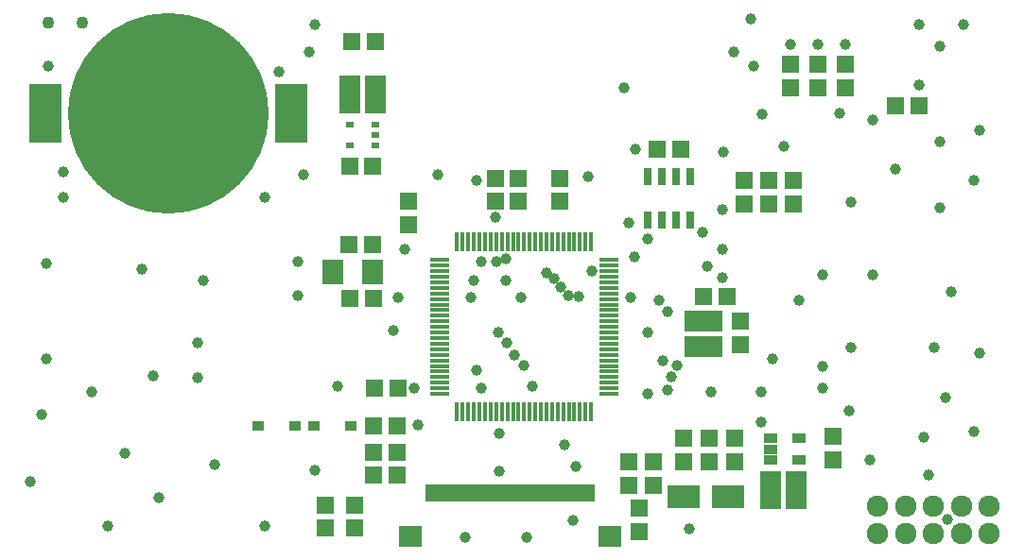
<source format=gbs>
G04 #@! TF.FileFunction,Soldermask,Bot*
%FSLAX46Y46*%
G04 Gerber Fmt 4.6, Leading zero omitted, Abs format (unit mm)*
G04 Created by KiCad (PCBNEW 4.0.2+dfsg1-stable) date Sat 12 May 2018 06:52:34 PM EDT*
%MOMM*%
G01*
G04 APERTURE LIST*
%ADD10C,0.100000*%
%ADD11C,1.000000*%
%ADD12R,2.990000X5.280000*%
%ADD13C,17.980000*%
%ADD14R,1.600000X1.600000*%
%ADD15R,1.900000X2.200000*%
%ADD16R,0.990000X0.850000*%
%ADD17R,1.920000X3.450000*%
%ADD18R,3.450000X1.920000*%
%ADD19C,1.924000*%
%ADD20R,0.650000X1.500000*%
%ADD21R,2.100000X1.900000*%
%ADD22C,1.100000*%
%ADD23R,1.700000X0.400000*%
%ADD24R,0.400000X1.700000*%
%ADD25R,1.200000X0.900000*%
%ADD26R,0.700000X0.600000*%
%ADD27R,0.800000X1.600000*%
%ADD28R,2.900000X2.100000*%
G04 APERTURE END LIST*
D10*
D11*
X138550000Y-95650000D03*
X178350000Y-110150000D03*
X170450000Y-111150000D03*
X182500000Y-88500000D03*
X178500000Y-104500000D03*
X145000000Y-106500000D03*
X105000000Y-116500000D03*
X112000000Y-120500000D03*
X130500000Y-75500000D03*
X130000000Y-78000000D03*
X177500000Y-83500000D03*
X172500000Y-86500000D03*
X168000000Y-78000000D03*
X169500000Y-75000000D03*
X186500000Y-77500000D03*
X186500000Y-86000000D03*
X190000000Y-85000000D03*
X189500000Y-89500000D03*
X186500000Y-92000000D03*
X187500000Y-99500000D03*
X178500000Y-91500000D03*
X180500000Y-98000000D03*
X176000000Y-98000000D03*
X171500000Y-105500000D03*
X170500000Y-108500000D03*
X166000000Y-108500000D03*
X186000000Y-104500000D03*
X190000000Y-105000000D03*
X187000000Y-109000000D03*
X189500000Y-112000000D03*
X185000000Y-112500000D03*
X149500000Y-121500000D03*
X144000000Y-121500000D03*
X116000000Y-107000000D03*
X132500000Y-108000000D03*
X150000000Y-108000000D03*
X149000000Y-100000000D03*
X144500000Y-100000000D03*
X141500000Y-89000000D03*
X129500000Y-89000000D03*
X126000000Y-91000000D03*
X108000000Y-91000000D03*
X106500000Y-97000000D03*
X115000000Y-97500000D03*
X120500000Y-98500000D03*
X130500000Y-115500000D03*
X116500000Y-118000000D03*
X126000000Y-120500000D03*
X121500000Y-115000000D03*
X110500000Y-108500000D03*
D12*
X128370000Y-83500000D03*
X106400000Y-83500000D03*
D13*
X117385000Y-83500000D03*
D14*
X133800000Y-77050000D03*
X135900000Y-77050000D03*
X133550000Y-95300000D03*
X135650000Y-95300000D03*
X133650000Y-100100000D03*
X135750000Y-100100000D03*
X168650000Y-104250000D03*
X168650000Y-102150000D03*
X167400000Y-99950000D03*
X165300000Y-99950000D03*
X135700000Y-88200000D03*
X133600000Y-88200000D03*
X148750000Y-89300000D03*
X148750000Y-91400000D03*
X146650000Y-89300000D03*
X146650000Y-91400000D03*
X182500000Y-82850000D03*
X184600000Y-82850000D03*
X152400000Y-89300000D03*
X152400000Y-91400000D03*
X176900000Y-112450000D03*
X176900000Y-114550000D03*
X165800000Y-112650000D03*
X165800000Y-114750000D03*
X158650000Y-116850000D03*
X158650000Y-114750000D03*
X160850000Y-116850000D03*
X160850000Y-114750000D03*
X159550000Y-121000000D03*
X159550000Y-118900000D03*
X135750000Y-115900000D03*
X137850000Y-115900000D03*
X131450000Y-120700000D03*
X131450000Y-118600000D03*
X134050000Y-120700000D03*
X134050000Y-118600000D03*
D15*
X135700000Y-97700000D03*
X132100000Y-97700000D03*
D16*
X128695000Y-111550000D03*
X125405000Y-111550000D03*
X133745000Y-111550000D03*
X130455000Y-111550000D03*
D17*
X135895000Y-81800000D03*
X133605000Y-81800000D03*
X173595000Y-117250000D03*
X171305000Y-117250000D03*
D18*
X165300000Y-102155000D03*
X165300000Y-104445000D03*
D19*
X190900000Y-118700000D03*
X188400000Y-118700000D03*
X185900000Y-118700000D03*
X183400000Y-118700000D03*
X180900000Y-118700000D03*
X180900000Y-121200000D03*
X183400000Y-121200000D03*
X185900000Y-121200000D03*
X188400000Y-121200000D03*
X190900000Y-121200000D03*
D20*
X141250000Y-117500000D03*
X141750000Y-117500000D03*
X142250000Y-117500000D03*
X142750000Y-117500000D03*
X143250000Y-117500000D03*
X143750000Y-117500000D03*
X144250000Y-117500000D03*
X144750000Y-117500000D03*
X145250000Y-117500000D03*
X145750000Y-117500000D03*
X146250000Y-117500000D03*
X146750000Y-117500000D03*
X147250000Y-117500000D03*
X147750000Y-117500000D03*
X148250000Y-117500000D03*
X148750000Y-117500000D03*
X149250000Y-117500000D03*
X149750000Y-117500000D03*
X150250000Y-117500000D03*
X150750000Y-117500000D03*
X151250000Y-117500000D03*
X151750000Y-117500000D03*
X152250000Y-117500000D03*
X152750000Y-117500000D03*
X153250000Y-117500000D03*
X153750000Y-117500000D03*
X154250000Y-117500000D03*
X154750000Y-117500000D03*
X140750000Y-117500000D03*
X155250000Y-117500000D03*
D21*
X139100000Y-121400000D03*
X156900000Y-121400000D03*
D14*
X173100000Y-79100000D03*
X173100000Y-81200000D03*
X137950000Y-108100000D03*
X135850000Y-108100000D03*
X138900000Y-91400000D03*
X138900000Y-93500000D03*
X173350000Y-91650000D03*
X173350000Y-89550000D03*
X171150000Y-91650000D03*
X171150000Y-89550000D03*
X168950000Y-91650000D03*
X168950000Y-89550000D03*
X163500000Y-112650000D03*
X163500000Y-114750000D03*
X168100000Y-114750000D03*
X168100000Y-112650000D03*
X175550000Y-79100000D03*
X175550000Y-81200000D03*
X178000000Y-79100000D03*
X178000000Y-81200000D03*
X135800000Y-111550000D03*
X137900000Y-111550000D03*
X135750000Y-113900000D03*
X137850000Y-113900000D03*
D22*
X109650000Y-75350000D03*
X106650000Y-75350000D03*
D23*
X156850000Y-96650000D03*
X156850000Y-97150000D03*
X156850000Y-97650000D03*
X156850000Y-98150000D03*
X156850000Y-98650000D03*
X156850000Y-99150000D03*
X156850000Y-99650000D03*
X156850000Y-100150000D03*
X156850000Y-100650000D03*
X156850000Y-101150000D03*
X156850000Y-101650000D03*
X156850000Y-102150000D03*
X156850000Y-102650000D03*
X156850000Y-103150000D03*
X156850000Y-103650000D03*
X156850000Y-104150000D03*
X156850000Y-104650000D03*
X156850000Y-105150000D03*
X156850000Y-105650000D03*
X156850000Y-106150000D03*
X156850000Y-106650000D03*
X156850000Y-107150000D03*
X156850000Y-107650000D03*
X156850000Y-108150000D03*
X156850000Y-108650000D03*
D24*
X155250000Y-110250000D03*
X154750000Y-110250000D03*
X154250000Y-110250000D03*
X153750000Y-110250000D03*
X153250000Y-110250000D03*
X152750000Y-110250000D03*
X152250000Y-110250000D03*
X151750000Y-110250000D03*
X151250000Y-110250000D03*
X150750000Y-110250000D03*
X150250000Y-110250000D03*
X149750000Y-110250000D03*
X149250000Y-110250000D03*
X148750000Y-110250000D03*
X148250000Y-110250000D03*
X147750000Y-110250000D03*
X147250000Y-110250000D03*
X146750000Y-110250000D03*
X146250000Y-110250000D03*
X145750000Y-110250000D03*
X145250000Y-110250000D03*
X144750000Y-110250000D03*
X144250000Y-110250000D03*
X143750000Y-110250000D03*
X143250000Y-110250000D03*
D23*
X141650000Y-108650000D03*
X141650000Y-108150000D03*
X141650000Y-107650000D03*
X141650000Y-107150000D03*
X141650000Y-106650000D03*
X141650000Y-106150000D03*
X141650000Y-105650000D03*
X141650000Y-105150000D03*
X141650000Y-104650000D03*
X141650000Y-104150000D03*
X141650000Y-103650000D03*
X141650000Y-103150000D03*
X141650000Y-102650000D03*
X141650000Y-102150000D03*
X141650000Y-101650000D03*
X141650000Y-101150000D03*
X141650000Y-100650000D03*
X141650000Y-100150000D03*
X141650000Y-99650000D03*
X141650000Y-99150000D03*
X141650000Y-98650000D03*
X141650000Y-98150000D03*
X141650000Y-97650000D03*
X141650000Y-97150000D03*
X141650000Y-96650000D03*
D24*
X143250000Y-95050000D03*
X143750000Y-95050000D03*
X144250000Y-95050000D03*
X144750000Y-95050000D03*
X145250000Y-95050000D03*
X145750000Y-95050000D03*
X146250000Y-95050000D03*
X146750000Y-95050000D03*
X147250000Y-95050000D03*
X147750000Y-95050000D03*
X148250000Y-95050000D03*
X148750000Y-95050000D03*
X149250000Y-95050000D03*
X149750000Y-95050000D03*
X150250000Y-95050000D03*
X150750000Y-95050000D03*
X151250000Y-95050000D03*
X151750000Y-95050000D03*
X152250000Y-95050000D03*
X152750000Y-95050000D03*
X153250000Y-95050000D03*
X153750000Y-95050000D03*
X154250000Y-95050000D03*
X154750000Y-95050000D03*
X155250000Y-95050000D03*
D25*
X171300000Y-112650000D03*
X171300000Y-113600000D03*
X171300000Y-114550000D03*
X173900000Y-112650000D03*
X173900000Y-114550000D03*
D26*
X133600000Y-84500000D03*
X133600000Y-86400000D03*
X135900000Y-86400000D03*
X135900000Y-85450000D03*
X135900000Y-84500000D03*
D14*
X161200000Y-86700000D03*
X163300000Y-86700000D03*
D27*
X160345000Y-93100000D03*
X160345000Y-89200000D03*
X161615000Y-93100000D03*
X161615000Y-89200000D03*
X162885000Y-93100000D03*
X162885000Y-89200000D03*
X164155000Y-93100000D03*
X164155000Y-89200000D03*
D28*
X167500000Y-117900000D03*
X163500000Y-117900000D03*
D11*
X106500000Y-105500000D03*
X113500000Y-114000000D03*
X106000000Y-110500000D03*
X138000000Y-100000000D03*
X137500000Y-103000000D03*
X107950000Y-88750000D03*
X127300000Y-79750000D03*
X106600000Y-79300000D03*
X153850000Y-115150000D03*
X160350000Y-94750000D03*
X160350000Y-103100000D03*
X153650000Y-120000000D03*
X164000000Y-120750000D03*
X180200000Y-114550000D03*
X160350000Y-108650000D03*
X169800000Y-79300000D03*
X147000000Y-115600000D03*
X147000000Y-112200000D03*
X184600000Y-81000000D03*
X146750000Y-96750000D03*
X173100000Y-77350000D03*
X175550000Y-77350000D03*
X155300000Y-97600000D03*
X178000000Y-77300000D03*
X158600000Y-93300000D03*
X151250000Y-97790000D03*
X151890000Y-98350000D03*
X153220000Y-99880000D03*
X185470000Y-115940000D03*
X187190000Y-119930000D03*
X152530000Y-99050000D03*
X152900000Y-113250000D03*
X139700000Y-111450000D03*
X139400000Y-108100000D03*
X145450000Y-108100000D03*
X159100000Y-96400000D03*
X158750000Y-100050000D03*
X162100000Y-101300000D03*
X165200000Y-94150000D03*
X167000000Y-92150000D03*
X161350000Y-100300000D03*
X120000000Y-107200000D03*
X120000000Y-104050000D03*
X149250000Y-106100000D03*
X129000000Y-96750000D03*
X129000000Y-99800000D03*
X147700000Y-104100000D03*
X148350000Y-105150000D03*
X146950000Y-103100000D03*
X176000000Y-106200000D03*
X176000000Y-108150000D03*
X162050000Y-108300000D03*
X162450000Y-107150000D03*
X167000000Y-98200000D03*
X167000000Y-95700000D03*
X162900000Y-106100000D03*
X161650000Y-105650000D03*
X155000000Y-89200000D03*
X154150000Y-99900000D03*
X173900000Y-100250000D03*
X165650000Y-97200000D03*
X159200000Y-86700000D03*
X158200000Y-81250000D03*
X147650000Y-98500000D03*
X147650000Y-96500000D03*
X145450000Y-96800000D03*
X144750000Y-98500000D03*
X170550000Y-83550000D03*
X167100000Y-87000000D03*
X144950000Y-89550000D03*
X146650000Y-92800000D03*
X188550000Y-75550000D03*
X184600000Y-75550000D03*
X180500000Y-84050000D03*
M02*

</source>
